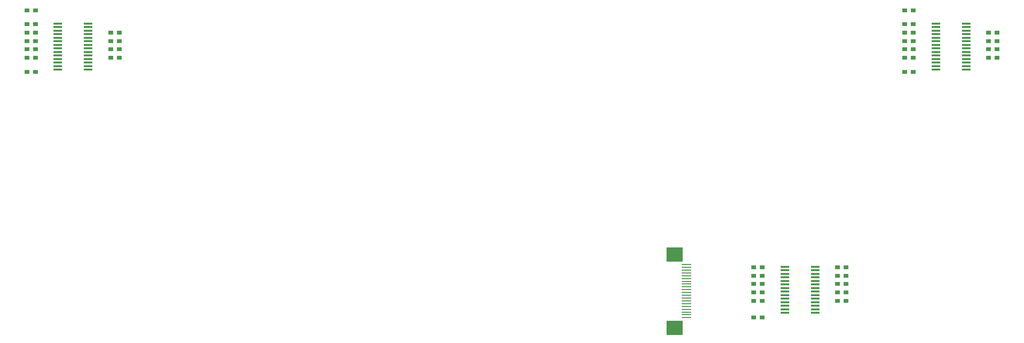
<source format=gbr>
G04 EAGLE Gerber RS-274X export*
G75*
%MOMM*%
%FSLAX34Y34*%
%LPD*%
%INSolderpaste Bottom*%
%IPPOS*%
%AMOC8*
5,1,8,0,0,1.08239X$1,22.5*%
G01*
%ADD10R,1.525000X0.400000*%
%ADD11R,0.900000X0.800000*%
%ADD12R,1.800000X0.275000*%
%ADD13R,3.000000X2.500000*%


D10*
X-757880Y146280D03*
X-757880Y139920D03*
X-757880Y133580D03*
X-757880Y127220D03*
X-757880Y120880D03*
X-757880Y114520D03*
X-757880Y108180D03*
X-757880Y101820D03*
X-757880Y95480D03*
X-757880Y89120D03*
X-757880Y82780D03*
X-757880Y76420D03*
X-757880Y70080D03*
X-757880Y63720D03*
X-812120Y63720D03*
X-812120Y70080D03*
X-812120Y76420D03*
X-812120Y82780D03*
X-812120Y89120D03*
X-812120Y95480D03*
X-812120Y101820D03*
X-812120Y108180D03*
X-812120Y114520D03*
X-812120Y120880D03*
X-812120Y127220D03*
X-812120Y133580D03*
X-812120Y139920D03*
X-812120Y146280D03*
D11*
X-852500Y145000D03*
X-867500Y145000D03*
X-852500Y130000D03*
X-867500Y130000D03*
X-717500Y100000D03*
X-702500Y100000D03*
X-852500Y60000D03*
X-867500Y60000D03*
X-852500Y100000D03*
X-867500Y100000D03*
X-717500Y115000D03*
X-702500Y115000D03*
X-717500Y85000D03*
X-702500Y85000D03*
X-852500Y170000D03*
X-867500Y170000D03*
X-702500Y130000D03*
X-717500Y130000D03*
X-867500Y115000D03*
X-852500Y115000D03*
X-867500Y85000D03*
X-852500Y85000D03*
D10*
X812120Y146280D03*
X812120Y139920D03*
X812120Y133580D03*
X812120Y127220D03*
X812120Y120880D03*
X812120Y114520D03*
X812120Y108180D03*
X812120Y101820D03*
X812120Y95480D03*
X812120Y89120D03*
X812120Y82780D03*
X812120Y76420D03*
X812120Y70080D03*
X812120Y63720D03*
X757880Y63720D03*
X757880Y70080D03*
X757880Y76420D03*
X757880Y82780D03*
X757880Y89120D03*
X757880Y95480D03*
X757880Y101820D03*
X757880Y108180D03*
X757880Y114520D03*
X757880Y120880D03*
X757880Y127220D03*
X757880Y133580D03*
X757880Y139920D03*
X757880Y146280D03*
D11*
X717500Y145000D03*
X702500Y145000D03*
X717500Y130000D03*
X702500Y130000D03*
X852500Y100000D03*
X867500Y100000D03*
X717500Y60000D03*
X702500Y60000D03*
X717500Y100000D03*
X702500Y100000D03*
X852500Y115000D03*
X867500Y115000D03*
X852500Y85000D03*
X867500Y85000D03*
X717500Y170000D03*
X702500Y170000D03*
X867500Y130000D03*
X852500Y130000D03*
X702500Y115000D03*
X717500Y115000D03*
X702500Y85000D03*
X717500Y85000D03*
D10*
X542120Y-288720D03*
X542120Y-295080D03*
X542120Y-301420D03*
X542120Y-307780D03*
X542120Y-314120D03*
X542120Y-320480D03*
X542120Y-326820D03*
X542120Y-333180D03*
X542120Y-339520D03*
X542120Y-345880D03*
X542120Y-352220D03*
X542120Y-358580D03*
X542120Y-364920D03*
X542120Y-371280D03*
X487880Y-371280D03*
X487880Y-364920D03*
X487880Y-358580D03*
X487880Y-352220D03*
X487880Y-345880D03*
X487880Y-339520D03*
X487880Y-333180D03*
X487880Y-326820D03*
X487880Y-320480D03*
X487880Y-314120D03*
X487880Y-307780D03*
X487880Y-301420D03*
X487880Y-295080D03*
X487880Y-288720D03*
D11*
X447500Y-290000D03*
X432500Y-290000D03*
X447500Y-305000D03*
X432500Y-305000D03*
X582500Y-335000D03*
X597500Y-335000D03*
X447500Y-380000D03*
X432500Y-380000D03*
X447500Y-335000D03*
X432500Y-335000D03*
X582500Y-320000D03*
X597500Y-320000D03*
X582500Y-350000D03*
X597500Y-350000D03*
X582500Y-290000D03*
X597500Y-290000D03*
X597500Y-305000D03*
X582500Y-305000D03*
X432500Y-320000D03*
X447500Y-320000D03*
X432500Y-350000D03*
X447500Y-350000D03*
D12*
X312200Y-380000D03*
X312200Y-375000D03*
X312200Y-370000D03*
X312200Y-365000D03*
X312200Y-360000D03*
X312200Y-355000D03*
X312200Y-350000D03*
X312200Y-345000D03*
X312200Y-340000D03*
X312200Y-335000D03*
X312200Y-330000D03*
X312200Y-325000D03*
X312200Y-320000D03*
X312200Y-315000D03*
X312200Y-310000D03*
X312200Y-305000D03*
X312200Y-300000D03*
X312200Y-295000D03*
X312200Y-290000D03*
X312200Y-285000D03*
D13*
X290600Y-398300D03*
X290600Y-266700D03*
M02*

</source>
